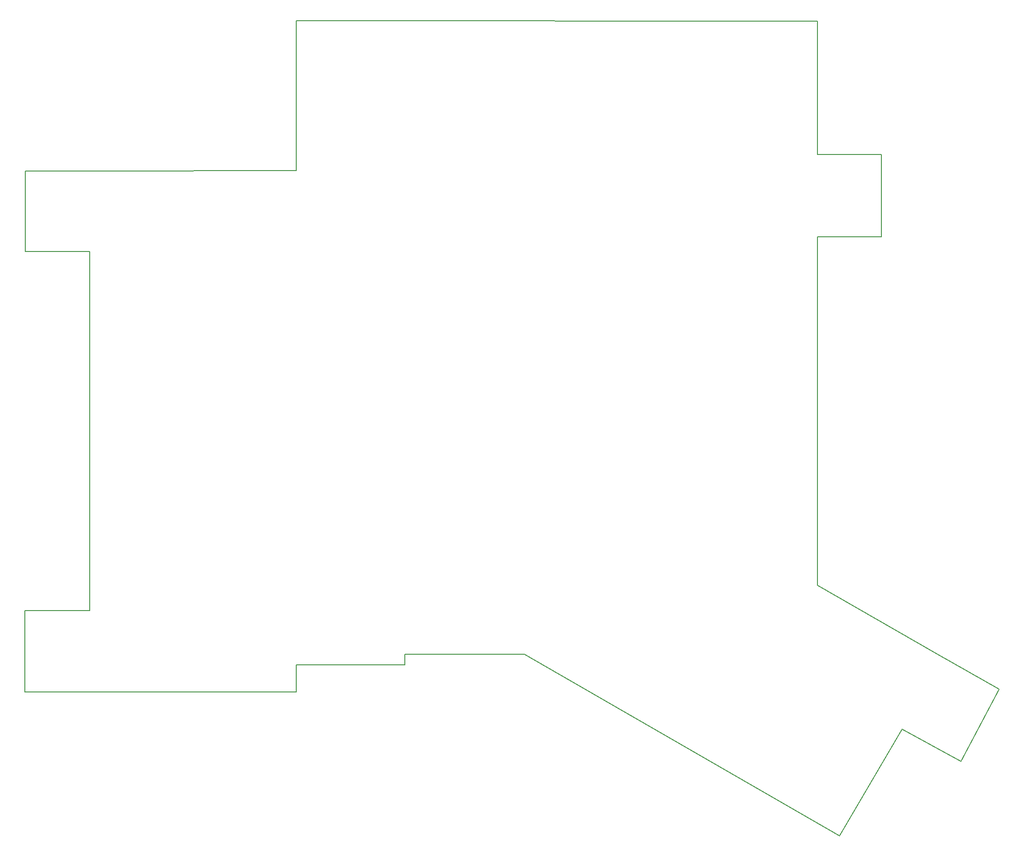
<source format=gbr>
%TF.GenerationSoftware,KiCad,Pcbnew,6.0.11-2627ca5db0~126~ubuntu20.04.1*%
%TF.CreationDate,2023-03-30T17:12:58+02:00*%
%TF.ProjectId,ergodash-low,6572676f-6461-4736-982d-6c6f772e6b69,rev?*%
%TF.SameCoordinates,Original*%
%TF.FileFunction,Profile,NP*%
%FSLAX46Y46*%
G04 Gerber Fmt 4.6, Leading zero omitted, Abs format (unit mm)*
G04 Created by KiCad (PCBNEW 6.0.11-2627ca5db0~126~ubuntu20.04.1) date 2023-03-30 17:12:58*
%MOMM*%
%LPD*%
G01*
G04 APERTURE LIST*
%TA.AperFunction,Profile*%
%ADD10C,0.200000*%
%TD*%
G04 APERTURE END LIST*
D10*
X165999995Y-17404881D02*
X165999995Y-42004881D01*
X177699995Y-42004881D01*
X177699995Y-57104881D01*
X165999995Y-57104881D01*
X165999995Y-121304881D01*
X188099995Y-134004881D01*
X199389019Y-140441487D01*
X192406183Y-153743920D01*
X181517164Y-147802433D01*
X170000000Y-167500000D01*
X111999995Y-134004881D01*
X89999995Y-134054881D01*
X89999995Y-136004881D01*
X69999995Y-136004881D01*
X69999995Y-141004881D01*
X31999995Y-141004881D01*
X20100000Y-141000000D01*
X20100000Y-126000000D01*
X32000150Y-126000000D01*
X31999888Y-59892283D01*
X20199804Y-59881380D01*
X20199911Y-45004717D01*
X31999995Y-45004881D01*
X69999995Y-44954881D01*
X69999995Y-17354881D01*
X165999995Y-17404881D01*
M02*

</source>
